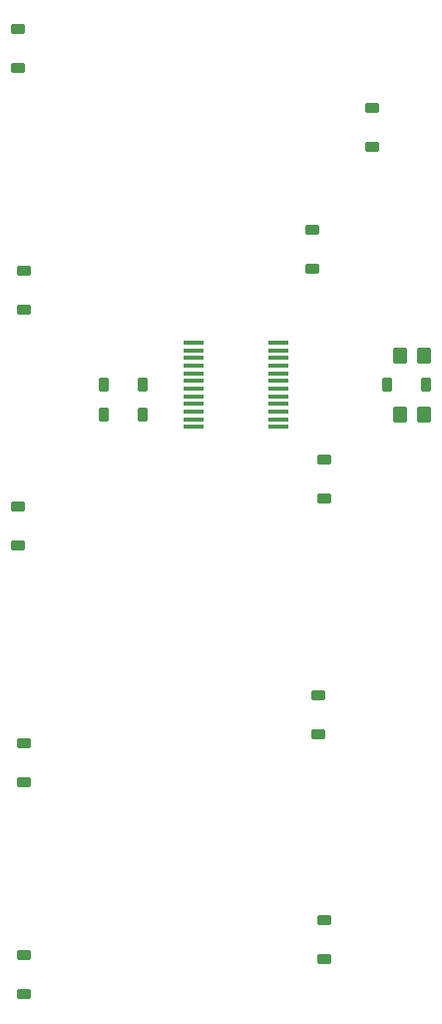
<source format=gbr>
%TF.GenerationSoftware,KiCad,Pcbnew,8.0.4-8.0.4-0~ubuntu22.04.1*%
%TF.CreationDate,2024-08-25T02:19:09+02:00*%
%TF.ProjectId,Deck-Btns,4465636b-2d42-4746-9e73-2e6b69636164,rev?*%
%TF.SameCoordinates,PX5ab1c60PY510ff40*%
%TF.FileFunction,Paste,Bot*%
%TF.FilePolarity,Positive*%
%FSLAX46Y46*%
G04 Gerber Fmt 4.6, Leading zero omitted, Abs format (unit mm)*
G04 Created by KiCad (PCBNEW 8.0.4-8.0.4-0~ubuntu22.04.1) date 2024-08-25 02:19:09*
%MOMM*%
%LPD*%
G01*
G04 APERTURE LIST*
G04 Aperture macros list*
%AMRoundRect*
0 Rectangle with rounded corners*
0 $1 Rounding radius*
0 $2 $3 $4 $5 $6 $7 $8 $9 X,Y pos of 4 corners*
0 Add a 4 corners polygon primitive as box body*
4,1,4,$2,$3,$4,$5,$6,$7,$8,$9,$2,$3,0*
0 Add four circle primitives for the rounded corners*
1,1,$1+$1,$2,$3*
1,1,$1+$1,$4,$5*
1,1,$1+$1,$6,$7*
1,1,$1+$1,$8,$9*
0 Add four rect primitives between the rounded corners*
20,1,$1+$1,$2,$3,$4,$5,0*
20,1,$1+$1,$4,$5,$6,$7,0*
20,1,$1+$1,$6,$7,$8,$9,0*
20,1,$1+$1,$8,$9,$2,$3,0*%
G04 Aperture macros list end*
%ADD10RoundRect,0.225000X-0.375000X0.225000X-0.375000X-0.225000X0.375000X-0.225000X0.375000X0.225000X0*%
%ADD11RoundRect,0.225000X0.375000X-0.225000X0.375000X0.225000X-0.375000X0.225000X-0.375000X-0.225000X0*%
%ADD12RoundRect,0.250000X-0.350000X-0.450000X0.350000X-0.450000X0.350000X0.450000X-0.350000X0.450000X0*%
%ADD13RoundRect,0.225000X-0.225000X-0.375000X0.225000X-0.375000X0.225000X0.375000X-0.225000X0.375000X0*%
%ADD14R,1.750000X0.450000*%
%ADD15RoundRect,0.225000X0.225000X0.375000X-0.225000X0.375000X-0.225000X-0.375000X0.225000X-0.375000X0*%
G04 APERTURE END LIST*
D10*
%TO.C,D2*%
X-18600000Y40150000D03*
X-18600000Y36850000D03*
%TD*%
D11*
%TO.C,D11*%
X7400000Y350000D03*
X7400000Y3650000D03*
%TD*%
D12*
%TO.C,R1*%
X13900000Y12500000D03*
X15900000Y12500000D03*
%TD*%
D11*
%TO.C,D12*%
X6900000Y-19650000D03*
X6900000Y-16350000D03*
%TD*%
D10*
%TO.C,D6*%
X-18100000Y-38350000D03*
X-18100000Y-41650000D03*
%TD*%
D11*
%TO.C,D13*%
X7400000Y-38650000D03*
X7400000Y-35350000D03*
%TD*%
D13*
%TO.C,D8*%
X-11250000Y10000000D03*
X-7950000Y10000000D03*
%TD*%
D10*
%TO.C,D3*%
X-18100000Y19650000D03*
X-18100000Y16350000D03*
%TD*%
D14*
%TO.C,U1*%
X-3700000Y6425000D03*
X-3700000Y7075000D03*
X-3700000Y7725000D03*
X-3700000Y8375000D03*
X-3700000Y9025000D03*
X-3700000Y9675000D03*
X-3700000Y10325000D03*
X-3700000Y10975000D03*
X-3700000Y11625000D03*
X-3700000Y12275000D03*
X-3700000Y12925000D03*
X-3700000Y13575000D03*
X3500000Y13575000D03*
X3500000Y12925000D03*
X3500000Y12275000D03*
X3500000Y11625000D03*
X3500000Y10975000D03*
X3500000Y10325000D03*
X3500000Y9675000D03*
X3500000Y9025000D03*
X3500000Y8375000D03*
X3500000Y7725000D03*
X3500000Y7075000D03*
X3500000Y6425000D03*
%TD*%
D10*
%TO.C,D4*%
X-18600000Y-350000D03*
X-18600000Y-3650000D03*
%TD*%
D15*
%TO.C,D1*%
X16050000Y10000000D03*
X12750000Y10000000D03*
%TD*%
D10*
%TO.C,D5*%
X-18100000Y-20350000D03*
X-18100000Y-23650000D03*
%TD*%
D11*
%TO.C,D9*%
X11500000Y30150000D03*
X11500000Y33450000D03*
%TD*%
D12*
%TO.C,R2*%
X13900000Y7500000D03*
X15900000Y7500000D03*
%TD*%
D11*
%TO.C,D10*%
X6400000Y19850000D03*
X6400000Y23150000D03*
%TD*%
D13*
%TO.C,D7*%
X-11250000Y7500000D03*
X-7950000Y7500000D03*
%TD*%
M02*

</source>
